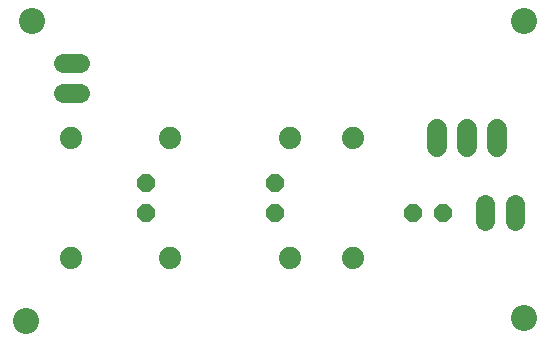
<source format=gbr>
G04 EAGLE Gerber RS-274X export*
G75*
%MOMM*%
%FSLAX34Y34*%
%LPD*%
%INSoldermask Bottom*%
%IPPOS*%
%AMOC8*
5,1,8,0,0,1.08239X$1,22.5*%
G01*
%ADD10C,2.203200*%
%ADD11C,1.625600*%
%ADD12P,1.649562X8X292.500000*%
%ADD13P,1.649562X8X202.500000*%
%ADD14C,1.879600*%
%ADD15C,1.727200*%


D10*
X25400Y276860D03*
X441960Y276860D03*
X441960Y25400D03*
X20320Y22860D03*
D11*
X434340Y107188D02*
X434340Y121412D01*
X408940Y121412D02*
X408940Y107188D01*
D12*
X121920Y139700D03*
X121920Y114300D03*
X231140Y139700D03*
X231140Y114300D03*
D13*
X373380Y114300D03*
X347980Y114300D03*
D14*
X142240Y177800D03*
X243840Y177800D03*
X297180Y76200D03*
X297180Y177800D03*
X142240Y76200D03*
X243840Y76200D03*
X58420Y76200D03*
X58420Y177800D03*
D15*
X368300Y170180D02*
X368300Y185420D01*
X393700Y185420D02*
X393700Y170180D01*
X419100Y170180D02*
X419100Y185420D01*
D11*
X65532Y241300D02*
X51308Y241300D01*
X51308Y215900D02*
X65532Y215900D01*
M02*

</source>
